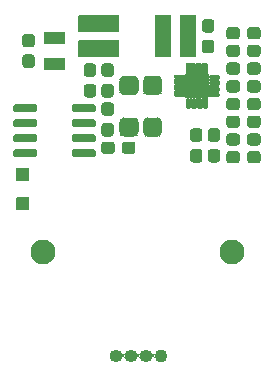
<source format=gbr>
G04 #@! TF.GenerationSoftware,KiCad,Pcbnew,(5.1.9)-1*
G04 #@! TF.CreationDate,2021-05-25T21:01:34+02:00*
G04 #@! TF.ProjectId,Omamori,4f6d616d-6f72-4692-9e6b-696361645f70,rev?*
G04 #@! TF.SameCoordinates,Original*
G04 #@! TF.FileFunction,Soldermask,Bot*
G04 #@! TF.FilePolarity,Negative*
%FSLAX46Y46*%
G04 Gerber Fmt 4.6, Leading zero omitted, Abs format (unit mm)*
G04 Created by KiCad (PCBNEW (5.1.9)-1) date 2021-05-25 21:01:34*
%MOMM*%
%LPD*%
G01*
G04 APERTURE LIST*
%ADD10C,1.102000*%
%ADD11O,1.102000X1.102000*%
%ADD12C,2.102000*%
%ADD13C,0.100000*%
G04 APERTURE END LIST*
G36*
G01*
X25893500Y-22137000D02*
X26706500Y-22137000D01*
G75*
G02*
X27113000Y-22543500I0J-406500D01*
G01*
X27113000Y-23356500D01*
G75*
G02*
X26706500Y-23763000I-406500J0D01*
G01*
X25893500Y-23763000D01*
G75*
G02*
X25487000Y-23356500I0J406500D01*
G01*
X25487000Y-22543500D01*
G75*
G02*
X25893500Y-22137000I406500J0D01*
G01*
G37*
G36*
G01*
X23893500Y-22137000D02*
X24706500Y-22137000D01*
G75*
G02*
X25113000Y-22543500I0J-406500D01*
G01*
X25113000Y-23356500D01*
G75*
G02*
X24706500Y-23763000I-406500J0D01*
G01*
X23893500Y-23763000D01*
G75*
G02*
X23487000Y-23356500I0J406500D01*
G01*
X23487000Y-22543500D01*
G75*
G02*
X23893500Y-22137000I406500J0D01*
G01*
G37*
G36*
G01*
X23893500Y-25637000D02*
X24706500Y-25637000D01*
G75*
G02*
X25113000Y-26043500I0J-406500D01*
G01*
X25113000Y-26856500D01*
G75*
G02*
X24706500Y-27263000I-406500J0D01*
G01*
X23893500Y-27263000D01*
G75*
G02*
X23487000Y-26856500I0J406500D01*
G01*
X23487000Y-26043500D01*
G75*
G02*
X23893500Y-25637000I406500J0D01*
G01*
G37*
G36*
G01*
X25893500Y-25637000D02*
X26706500Y-25637000D01*
G75*
G02*
X27113000Y-26043500I0J-406500D01*
G01*
X27113000Y-26856500D01*
G75*
G02*
X26706500Y-27263000I-406500J0D01*
G01*
X25893500Y-27263000D01*
G75*
G02*
X25487000Y-26856500I0J406500D01*
G01*
X25487000Y-26043500D01*
G75*
G02*
X25893500Y-25637000I406500J0D01*
G01*
G37*
G36*
G01*
X15800000Y-31001000D02*
X14800000Y-31001000D01*
G75*
G02*
X14749000Y-30950000I0J51000D01*
G01*
X14749000Y-29950000D01*
G75*
G02*
X14800000Y-29899000I51000J0D01*
G01*
X15800000Y-29899000D01*
G75*
G02*
X15851000Y-29950000I0J-51000D01*
G01*
X15851000Y-30950000D01*
G75*
G02*
X15800000Y-31001000I-51000J0D01*
G01*
G37*
G36*
G01*
X15800000Y-33501000D02*
X14800000Y-33501000D01*
G75*
G02*
X14749000Y-33450000I0J51000D01*
G01*
X14749000Y-32450000D01*
G75*
G02*
X14800000Y-32399000I51000J0D01*
G01*
X15800000Y-32399000D01*
G75*
G02*
X15851000Y-32450000I0J-51000D01*
G01*
X15851000Y-33450000D01*
G75*
G02*
X15800000Y-33501000I-51000J0D01*
G01*
G37*
D10*
X27000000Y-45800000D03*
D11*
X25730000Y-45800000D03*
X24460000Y-45800000D03*
X23190000Y-45800000D03*
G36*
G01*
X23450000Y-18401000D02*
X20050000Y-18401000D01*
G75*
G02*
X19999000Y-18350000I0J51000D01*
G01*
X19999000Y-17050000D01*
G75*
G02*
X20050000Y-16999000I51000J0D01*
G01*
X23450000Y-16999000D01*
G75*
G02*
X23501000Y-17050000I0J-51000D01*
G01*
X23501000Y-18350000D01*
G75*
G02*
X23450000Y-18401000I-51000J0D01*
G01*
G37*
G36*
G01*
X23450000Y-20501000D02*
X20050000Y-20501000D01*
G75*
G02*
X19999000Y-20450000I0J51000D01*
G01*
X19999000Y-19150000D01*
G75*
G02*
X20050000Y-19099000I51000J0D01*
G01*
X23450000Y-19099000D01*
G75*
G02*
X23501000Y-19150000I0J-51000D01*
G01*
X23501000Y-20450000D01*
G75*
G02*
X23450000Y-20501000I-51000J0D01*
G01*
G37*
G36*
G01*
X27901000Y-17050000D02*
X27901000Y-20450000D01*
G75*
G02*
X27850000Y-20501000I-51000J0D01*
G01*
X26550000Y-20501000D01*
G75*
G02*
X26499000Y-20450000I0J51000D01*
G01*
X26499000Y-17050000D01*
G75*
G02*
X26550000Y-16999000I51000J0D01*
G01*
X27850000Y-16999000D01*
G75*
G02*
X27901000Y-17050000I0J-51000D01*
G01*
G37*
G36*
G01*
X30001000Y-17050000D02*
X30001000Y-20450000D01*
G75*
G02*
X29950000Y-20501000I-51000J0D01*
G01*
X28650000Y-20501000D01*
G75*
G02*
X28599000Y-20450000I0J51000D01*
G01*
X28599000Y-17050000D01*
G75*
G02*
X28650000Y-16999000I51000J0D01*
G01*
X29950000Y-16999000D01*
G75*
G02*
X30001000Y-17050000I0J-51000D01*
G01*
G37*
G36*
G01*
X20737000Y-22799000D02*
X21263000Y-22799000D01*
G75*
G02*
X21526000Y-23062000I0J-263000D01*
G01*
X21526000Y-23688000D01*
G75*
G02*
X21263000Y-23951000I-263000J0D01*
G01*
X20737000Y-23951000D01*
G75*
G02*
X20474000Y-23688000I0J263000D01*
G01*
X20474000Y-23062000D01*
G75*
G02*
X20737000Y-22799000I263000J0D01*
G01*
G37*
G36*
G01*
X20737000Y-21049000D02*
X21263000Y-21049000D01*
G75*
G02*
X21526000Y-21312000I0J-263000D01*
G01*
X21526000Y-21938000D01*
G75*
G02*
X21263000Y-22201000I-263000J0D01*
G01*
X20737000Y-22201000D01*
G75*
G02*
X20474000Y-21938000I0J263000D01*
G01*
X20474000Y-21312000D01*
G75*
G02*
X20737000Y-21049000I263000J0D01*
G01*
G37*
G36*
G01*
X30737000Y-19049000D02*
X31263000Y-19049000D01*
G75*
G02*
X31526000Y-19312000I0J-263000D01*
G01*
X31526000Y-19938000D01*
G75*
G02*
X31263000Y-20201000I-263000J0D01*
G01*
X30737000Y-20201000D01*
G75*
G02*
X30474000Y-19938000I0J263000D01*
G01*
X30474000Y-19312000D01*
G75*
G02*
X30737000Y-19049000I263000J0D01*
G01*
G37*
G36*
G01*
X30737000Y-17299000D02*
X31263000Y-17299000D01*
G75*
G02*
X31526000Y-17562000I0J-263000D01*
G01*
X31526000Y-18188000D01*
G75*
G02*
X31263000Y-18451000I-263000J0D01*
G01*
X30737000Y-18451000D01*
G75*
G02*
X30474000Y-18188000I0J263000D01*
G01*
X30474000Y-17562000D01*
G75*
G02*
X30737000Y-17299000I263000J0D01*
G01*
G37*
G36*
G01*
X16551000Y-24669500D02*
X16551000Y-25020500D01*
G75*
G02*
X16375500Y-25196000I-175500J0D01*
G01*
X14674500Y-25196000D01*
G75*
G02*
X14499000Y-25020500I0J175500D01*
G01*
X14499000Y-24669500D01*
G75*
G02*
X14674500Y-24494000I175500J0D01*
G01*
X16375500Y-24494000D01*
G75*
G02*
X16551000Y-24669500I0J-175500D01*
G01*
G37*
G36*
G01*
X16551000Y-25939500D02*
X16551000Y-26290500D01*
G75*
G02*
X16375500Y-26466000I-175500J0D01*
G01*
X14674500Y-26466000D01*
G75*
G02*
X14499000Y-26290500I0J175500D01*
G01*
X14499000Y-25939500D01*
G75*
G02*
X14674500Y-25764000I175500J0D01*
G01*
X16375500Y-25764000D01*
G75*
G02*
X16551000Y-25939500I0J-175500D01*
G01*
G37*
G36*
G01*
X16551000Y-27209500D02*
X16551000Y-27560500D01*
G75*
G02*
X16375500Y-27736000I-175500J0D01*
G01*
X14674500Y-27736000D01*
G75*
G02*
X14499000Y-27560500I0J175500D01*
G01*
X14499000Y-27209500D01*
G75*
G02*
X14674500Y-27034000I175500J0D01*
G01*
X16375500Y-27034000D01*
G75*
G02*
X16551000Y-27209500I0J-175500D01*
G01*
G37*
G36*
G01*
X16551000Y-28479500D02*
X16551000Y-28830500D01*
G75*
G02*
X16375500Y-29006000I-175500J0D01*
G01*
X14674500Y-29006000D01*
G75*
G02*
X14499000Y-28830500I0J175500D01*
G01*
X14499000Y-28479500D01*
G75*
G02*
X14674500Y-28304000I175500J0D01*
G01*
X16375500Y-28304000D01*
G75*
G02*
X16551000Y-28479500I0J-175500D01*
G01*
G37*
G36*
G01*
X21501000Y-28479500D02*
X21501000Y-28830500D01*
G75*
G02*
X21325500Y-29006000I-175500J0D01*
G01*
X19624500Y-29006000D01*
G75*
G02*
X19449000Y-28830500I0J175500D01*
G01*
X19449000Y-28479500D01*
G75*
G02*
X19624500Y-28304000I175500J0D01*
G01*
X21325500Y-28304000D01*
G75*
G02*
X21501000Y-28479500I0J-175500D01*
G01*
G37*
G36*
G01*
X21501000Y-27209500D02*
X21501000Y-27560500D01*
G75*
G02*
X21325500Y-27736000I-175500J0D01*
G01*
X19624500Y-27736000D01*
G75*
G02*
X19449000Y-27560500I0J175500D01*
G01*
X19449000Y-27209500D01*
G75*
G02*
X19624500Y-27034000I175500J0D01*
G01*
X21325500Y-27034000D01*
G75*
G02*
X21501000Y-27209500I0J-175500D01*
G01*
G37*
G36*
G01*
X21501000Y-25939500D02*
X21501000Y-26290500D01*
G75*
G02*
X21325500Y-26466000I-175500J0D01*
G01*
X19624500Y-26466000D01*
G75*
G02*
X19449000Y-26290500I0J175500D01*
G01*
X19449000Y-25939500D01*
G75*
G02*
X19624500Y-25764000I175500J0D01*
G01*
X21325500Y-25764000D01*
G75*
G02*
X21501000Y-25939500I0J-175500D01*
G01*
G37*
G36*
G01*
X21501000Y-24669500D02*
X21501000Y-25020500D01*
G75*
G02*
X21325500Y-25196000I-175500J0D01*
G01*
X19624500Y-25196000D01*
G75*
G02*
X19449000Y-25020500I0J175500D01*
G01*
X19449000Y-24669500D01*
G75*
G02*
X19624500Y-24494000I175500J0D01*
G01*
X21325500Y-24494000D01*
G75*
G02*
X21501000Y-24669500I0J-175500D01*
G01*
G37*
D12*
X17000000Y-37000000D03*
X33000000Y-37000000D03*
G36*
G01*
X18850000Y-19401000D02*
X18450000Y-19401000D01*
G75*
G02*
X18399000Y-19350000I0J51000D01*
G01*
X18399000Y-18450000D01*
G75*
G02*
X18450000Y-18399000I51000J0D01*
G01*
X18850000Y-18399000D01*
G75*
G02*
X18901000Y-18450000I0J-51000D01*
G01*
X18901000Y-19350000D01*
G75*
G02*
X18850000Y-19401000I-51000J0D01*
G01*
G37*
G36*
G01*
X17550000Y-19401000D02*
X17150000Y-19401000D01*
G75*
G02*
X17099000Y-19350000I0J51000D01*
G01*
X17099000Y-18450000D01*
G75*
G02*
X17150000Y-18399000I51000J0D01*
G01*
X17550000Y-18399000D01*
G75*
G02*
X17601000Y-18450000I0J-51000D01*
G01*
X17601000Y-19350000D01*
G75*
G02*
X17550000Y-19401000I-51000J0D01*
G01*
G37*
G36*
G01*
X18200000Y-21601000D02*
X17800000Y-21601000D01*
G75*
G02*
X17749000Y-21550000I0J51000D01*
G01*
X17749000Y-20650000D01*
G75*
G02*
X17800000Y-20599000I51000J0D01*
G01*
X18200000Y-20599000D01*
G75*
G02*
X18251000Y-20650000I0J-51000D01*
G01*
X18251000Y-21550000D01*
G75*
G02*
X18200000Y-21601000I-51000J0D01*
G01*
G37*
G36*
G01*
X18200000Y-19401000D02*
X17800000Y-19401000D01*
G75*
G02*
X17749000Y-19350000I0J51000D01*
G01*
X17749000Y-18450000D01*
G75*
G02*
X17800000Y-18399000I51000J0D01*
G01*
X18200000Y-18399000D01*
G75*
G02*
X18251000Y-18450000I0J-51000D01*
G01*
X18251000Y-19350000D01*
G75*
G02*
X18200000Y-19401000I-51000J0D01*
G01*
G37*
G36*
G01*
X17550000Y-21601000D02*
X17150000Y-21601000D01*
G75*
G02*
X17099000Y-21550000I0J51000D01*
G01*
X17099000Y-20650000D01*
G75*
G02*
X17150000Y-20599000I51000J0D01*
G01*
X17550000Y-20599000D01*
G75*
G02*
X17601000Y-20650000I0J-51000D01*
G01*
X17601000Y-21550000D01*
G75*
G02*
X17550000Y-21601000I-51000J0D01*
G01*
G37*
G36*
G01*
X18850000Y-21601000D02*
X18450000Y-21601000D01*
G75*
G02*
X18399000Y-21550000I0J51000D01*
G01*
X18399000Y-20650000D01*
G75*
G02*
X18450000Y-20599000I51000J0D01*
G01*
X18850000Y-20599000D01*
G75*
G02*
X18901000Y-20650000I0J-51000D01*
G01*
X18901000Y-21550000D01*
G75*
G02*
X18850000Y-21601000I-51000J0D01*
G01*
G37*
G36*
G01*
X34299000Y-23263000D02*
X34299000Y-22737000D01*
G75*
G02*
X34562000Y-22474000I263000J0D01*
G01*
X35188000Y-22474000D01*
G75*
G02*
X35451000Y-22737000I0J-263000D01*
G01*
X35451000Y-23263000D01*
G75*
G02*
X35188000Y-23526000I-263000J0D01*
G01*
X34562000Y-23526000D01*
G75*
G02*
X34299000Y-23263000I0J263000D01*
G01*
G37*
G36*
G01*
X32549000Y-23263000D02*
X32549000Y-22737000D01*
G75*
G02*
X32812000Y-22474000I263000J0D01*
G01*
X33438000Y-22474000D01*
G75*
G02*
X33701000Y-22737000I0J-263000D01*
G01*
X33701000Y-23263000D01*
G75*
G02*
X33438000Y-23526000I-263000J0D01*
G01*
X32812000Y-23526000D01*
G75*
G02*
X32549000Y-23263000I0J263000D01*
G01*
G37*
G36*
G01*
X34299000Y-27763000D02*
X34299000Y-27237000D01*
G75*
G02*
X34562000Y-26974000I263000J0D01*
G01*
X35188000Y-26974000D01*
G75*
G02*
X35451000Y-27237000I0J-263000D01*
G01*
X35451000Y-27763000D01*
G75*
G02*
X35188000Y-28026000I-263000J0D01*
G01*
X34562000Y-28026000D01*
G75*
G02*
X34299000Y-27763000I0J263000D01*
G01*
G37*
G36*
G01*
X32549000Y-27763000D02*
X32549000Y-27237000D01*
G75*
G02*
X32812000Y-26974000I263000J0D01*
G01*
X33438000Y-26974000D01*
G75*
G02*
X33701000Y-27237000I0J-263000D01*
G01*
X33701000Y-27763000D01*
G75*
G02*
X33438000Y-28026000I-263000J0D01*
G01*
X32812000Y-28026000D01*
G75*
G02*
X32549000Y-27763000I0J263000D01*
G01*
G37*
G36*
G01*
X33701000Y-25737000D02*
X33701000Y-26263000D01*
G75*
G02*
X33438000Y-26526000I-263000J0D01*
G01*
X32812000Y-26526000D01*
G75*
G02*
X32549000Y-26263000I0J263000D01*
G01*
X32549000Y-25737000D01*
G75*
G02*
X32812000Y-25474000I263000J0D01*
G01*
X33438000Y-25474000D01*
G75*
G02*
X33701000Y-25737000I0J-263000D01*
G01*
G37*
G36*
G01*
X35451000Y-25737000D02*
X35451000Y-26263000D01*
G75*
G02*
X35188000Y-26526000I-263000J0D01*
G01*
X34562000Y-26526000D01*
G75*
G02*
X34299000Y-26263000I0J263000D01*
G01*
X34299000Y-25737000D01*
G75*
G02*
X34562000Y-25474000I263000J0D01*
G01*
X35188000Y-25474000D01*
G75*
G02*
X35451000Y-25737000I0J-263000D01*
G01*
G37*
G36*
G01*
X34299000Y-24763000D02*
X34299000Y-24237000D01*
G75*
G02*
X34562000Y-23974000I263000J0D01*
G01*
X35188000Y-23974000D01*
G75*
G02*
X35451000Y-24237000I0J-263000D01*
G01*
X35451000Y-24763000D01*
G75*
G02*
X35188000Y-25026000I-263000J0D01*
G01*
X34562000Y-25026000D01*
G75*
G02*
X34299000Y-24763000I0J263000D01*
G01*
G37*
G36*
G01*
X32549000Y-24763000D02*
X32549000Y-24237000D01*
G75*
G02*
X32812000Y-23974000I263000J0D01*
G01*
X33438000Y-23974000D01*
G75*
G02*
X33701000Y-24237000I0J-263000D01*
G01*
X33701000Y-24763000D01*
G75*
G02*
X33438000Y-25026000I-263000J0D01*
G01*
X32812000Y-25026000D01*
G75*
G02*
X32549000Y-24763000I0J263000D01*
G01*
G37*
G36*
G01*
X29737000Y-28299000D02*
X30263000Y-28299000D01*
G75*
G02*
X30526000Y-28562000I0J-263000D01*
G01*
X30526000Y-29188000D01*
G75*
G02*
X30263000Y-29451000I-263000J0D01*
G01*
X29737000Y-29451000D01*
G75*
G02*
X29474000Y-29188000I0J263000D01*
G01*
X29474000Y-28562000D01*
G75*
G02*
X29737000Y-28299000I263000J0D01*
G01*
G37*
G36*
G01*
X29737000Y-26549000D02*
X30263000Y-26549000D01*
G75*
G02*
X30526000Y-26812000I0J-263000D01*
G01*
X30526000Y-27438000D01*
G75*
G02*
X30263000Y-27701000I-263000J0D01*
G01*
X29737000Y-27701000D01*
G75*
G02*
X29474000Y-27438000I0J263000D01*
G01*
X29474000Y-26812000D01*
G75*
G02*
X29737000Y-26549000I263000J0D01*
G01*
G37*
G36*
G01*
X31237000Y-28299000D02*
X31763000Y-28299000D01*
G75*
G02*
X32026000Y-28562000I0J-263000D01*
G01*
X32026000Y-29188000D01*
G75*
G02*
X31763000Y-29451000I-263000J0D01*
G01*
X31237000Y-29451000D01*
G75*
G02*
X30974000Y-29188000I0J263000D01*
G01*
X30974000Y-28562000D01*
G75*
G02*
X31237000Y-28299000I263000J0D01*
G01*
G37*
G36*
G01*
X31237000Y-26549000D02*
X31763000Y-26549000D01*
G75*
G02*
X32026000Y-26812000I0J-263000D01*
G01*
X32026000Y-27438000D01*
G75*
G02*
X31763000Y-27701000I-263000J0D01*
G01*
X31237000Y-27701000D01*
G75*
G02*
X30974000Y-27438000I0J263000D01*
G01*
X30974000Y-26812000D01*
G75*
G02*
X31237000Y-26549000I263000J0D01*
G01*
G37*
G36*
G01*
X33701000Y-28737000D02*
X33701000Y-29263000D01*
G75*
G02*
X33438000Y-29526000I-263000J0D01*
G01*
X32812000Y-29526000D01*
G75*
G02*
X32549000Y-29263000I0J263000D01*
G01*
X32549000Y-28737000D01*
G75*
G02*
X32812000Y-28474000I263000J0D01*
G01*
X33438000Y-28474000D01*
G75*
G02*
X33701000Y-28737000I0J-263000D01*
G01*
G37*
G36*
G01*
X35451000Y-28737000D02*
X35451000Y-29263000D01*
G75*
G02*
X35188000Y-29526000I-263000J0D01*
G01*
X34562000Y-29526000D01*
G75*
G02*
X34299000Y-29263000I0J263000D01*
G01*
X34299000Y-28737000D01*
G75*
G02*
X34562000Y-28474000I263000J0D01*
G01*
X35188000Y-28474000D01*
G75*
G02*
X35451000Y-28737000I0J-263000D01*
G01*
G37*
G36*
G01*
X34299000Y-20263000D02*
X34299000Y-19737000D01*
G75*
G02*
X34562000Y-19474000I263000J0D01*
G01*
X35188000Y-19474000D01*
G75*
G02*
X35451000Y-19737000I0J-263000D01*
G01*
X35451000Y-20263000D01*
G75*
G02*
X35188000Y-20526000I-263000J0D01*
G01*
X34562000Y-20526000D01*
G75*
G02*
X34299000Y-20263000I0J263000D01*
G01*
G37*
G36*
G01*
X32549000Y-20263000D02*
X32549000Y-19737000D01*
G75*
G02*
X32812000Y-19474000I263000J0D01*
G01*
X33438000Y-19474000D01*
G75*
G02*
X33701000Y-19737000I0J-263000D01*
G01*
X33701000Y-20263000D01*
G75*
G02*
X33438000Y-20526000I-263000J0D01*
G01*
X32812000Y-20526000D01*
G75*
G02*
X32549000Y-20263000I0J263000D01*
G01*
G37*
G36*
G01*
X23101000Y-27937000D02*
X23101000Y-28463000D01*
G75*
G02*
X22838000Y-28726000I-263000J0D01*
G01*
X22212000Y-28726000D01*
G75*
G02*
X21949000Y-28463000I0J263000D01*
G01*
X21949000Y-27937000D01*
G75*
G02*
X22212000Y-27674000I263000J0D01*
G01*
X22838000Y-27674000D01*
G75*
G02*
X23101000Y-27937000I0J-263000D01*
G01*
G37*
G36*
G01*
X24851000Y-27937000D02*
X24851000Y-28463000D01*
G75*
G02*
X24588000Y-28726000I-263000J0D01*
G01*
X23962000Y-28726000D01*
G75*
G02*
X23699000Y-28463000I0J263000D01*
G01*
X23699000Y-27937000D01*
G75*
G02*
X23962000Y-27674000I263000J0D01*
G01*
X24588000Y-27674000D01*
G75*
G02*
X24851000Y-27937000I0J-263000D01*
G01*
G37*
G36*
G01*
X34299000Y-21763000D02*
X34299000Y-21237000D01*
G75*
G02*
X34562000Y-20974000I263000J0D01*
G01*
X35188000Y-20974000D01*
G75*
G02*
X35451000Y-21237000I0J-263000D01*
G01*
X35451000Y-21763000D01*
G75*
G02*
X35188000Y-22026000I-263000J0D01*
G01*
X34562000Y-22026000D01*
G75*
G02*
X34299000Y-21763000I0J263000D01*
G01*
G37*
G36*
G01*
X32549000Y-21763000D02*
X32549000Y-21237000D01*
G75*
G02*
X32812000Y-20974000I263000J0D01*
G01*
X33438000Y-20974000D01*
G75*
G02*
X33701000Y-21237000I0J-263000D01*
G01*
X33701000Y-21763000D01*
G75*
G02*
X33438000Y-22026000I-263000J0D01*
G01*
X32812000Y-22026000D01*
G75*
G02*
X32549000Y-21763000I0J263000D01*
G01*
G37*
G36*
G01*
X15537000Y-20299000D02*
X16063000Y-20299000D01*
G75*
G02*
X16326000Y-20562000I0J-263000D01*
G01*
X16326000Y-21188000D01*
G75*
G02*
X16063000Y-21451000I-263000J0D01*
G01*
X15537000Y-21451000D01*
G75*
G02*
X15274000Y-21188000I0J263000D01*
G01*
X15274000Y-20562000D01*
G75*
G02*
X15537000Y-20299000I263000J0D01*
G01*
G37*
G36*
G01*
X15537000Y-18549000D02*
X16063000Y-18549000D01*
G75*
G02*
X16326000Y-18812000I0J-263000D01*
G01*
X16326000Y-19438000D01*
G75*
G02*
X16063000Y-19701000I-263000J0D01*
G01*
X15537000Y-19701000D01*
G75*
G02*
X15274000Y-19438000I0J263000D01*
G01*
X15274000Y-18812000D01*
G75*
G02*
X15537000Y-18549000I263000J0D01*
G01*
G37*
G36*
G01*
X22763000Y-25501000D02*
X22237000Y-25501000D01*
G75*
G02*
X21974000Y-25238000I0J263000D01*
G01*
X21974000Y-24612000D01*
G75*
G02*
X22237000Y-24349000I263000J0D01*
G01*
X22763000Y-24349000D01*
G75*
G02*
X23026000Y-24612000I0J-263000D01*
G01*
X23026000Y-25238000D01*
G75*
G02*
X22763000Y-25501000I-263000J0D01*
G01*
G37*
G36*
G01*
X22763000Y-27251000D02*
X22237000Y-27251000D01*
G75*
G02*
X21974000Y-26988000I0J263000D01*
G01*
X21974000Y-26362000D01*
G75*
G02*
X22237000Y-26099000I263000J0D01*
G01*
X22763000Y-26099000D01*
G75*
G02*
X23026000Y-26362000I0J-263000D01*
G01*
X23026000Y-26988000D01*
G75*
G02*
X22763000Y-27251000I-263000J0D01*
G01*
G37*
G36*
G01*
X34299000Y-18763000D02*
X34299000Y-18237000D01*
G75*
G02*
X34562000Y-17974000I263000J0D01*
G01*
X35188000Y-17974000D01*
G75*
G02*
X35451000Y-18237000I0J-263000D01*
G01*
X35451000Y-18763000D01*
G75*
G02*
X35188000Y-19026000I-263000J0D01*
G01*
X34562000Y-19026000D01*
G75*
G02*
X34299000Y-18763000I0J263000D01*
G01*
G37*
G36*
G01*
X32549000Y-18763000D02*
X32549000Y-18237000D01*
G75*
G02*
X32812000Y-17974000I263000J0D01*
G01*
X33438000Y-17974000D01*
G75*
G02*
X33701000Y-18237000I0J-263000D01*
G01*
X33701000Y-18763000D01*
G75*
G02*
X33438000Y-19026000I-263000J0D01*
G01*
X32812000Y-19026000D01*
G75*
G02*
X32549000Y-18763000I0J263000D01*
G01*
G37*
G36*
G01*
X22237000Y-22799000D02*
X22763000Y-22799000D01*
G75*
G02*
X23026000Y-23062000I0J-263000D01*
G01*
X23026000Y-23688000D01*
G75*
G02*
X22763000Y-23951000I-263000J0D01*
G01*
X22237000Y-23951000D01*
G75*
G02*
X21974000Y-23688000I0J263000D01*
G01*
X21974000Y-23062000D01*
G75*
G02*
X22237000Y-22799000I263000J0D01*
G01*
G37*
G36*
G01*
X22237000Y-21049000D02*
X22763000Y-21049000D01*
G75*
G02*
X23026000Y-21312000I0J-263000D01*
G01*
X23026000Y-21938000D01*
G75*
G02*
X22763000Y-22201000I-263000J0D01*
G01*
X22237000Y-22201000D01*
G75*
G02*
X21974000Y-21938000I0J263000D01*
G01*
X21974000Y-21312000D01*
G75*
G02*
X22237000Y-21049000I263000J0D01*
G01*
G37*
G36*
G01*
X29150000Y-21999000D02*
X30950000Y-21999000D01*
G75*
G02*
X31001000Y-22050000I0J-51000D01*
G01*
X31001000Y-23850000D01*
G75*
G02*
X30950000Y-23901000I-51000J0D01*
G01*
X29150000Y-23901000D01*
G75*
G02*
X29099000Y-23850000I0J51000D01*
G01*
X29099000Y-22050000D01*
G75*
G02*
X29150000Y-21999000I51000J0D01*
G01*
G37*
G36*
G01*
X28212000Y-22024000D02*
X28913000Y-22024000D01*
G75*
G02*
X29001000Y-22112000I0J-88000D01*
G01*
X29001000Y-22288000D01*
G75*
G02*
X28913000Y-22376000I-88000J0D01*
G01*
X28212000Y-22376000D01*
G75*
G02*
X28124000Y-22288000I0J88000D01*
G01*
X28124000Y-22112000D01*
G75*
G02*
X28212000Y-22024000I88000J0D01*
G01*
G37*
G36*
G01*
X28212000Y-22524000D02*
X28913000Y-22524000D01*
G75*
G02*
X29001000Y-22612000I0J-88000D01*
G01*
X29001000Y-22788000D01*
G75*
G02*
X28913000Y-22876000I-88000J0D01*
G01*
X28212000Y-22876000D01*
G75*
G02*
X28124000Y-22788000I0J88000D01*
G01*
X28124000Y-22612000D01*
G75*
G02*
X28212000Y-22524000I88000J0D01*
G01*
G37*
G36*
G01*
X28212000Y-23024000D02*
X28913000Y-23024000D01*
G75*
G02*
X29001000Y-23112000I0J-88000D01*
G01*
X29001000Y-23288000D01*
G75*
G02*
X28913000Y-23376000I-88000J0D01*
G01*
X28212000Y-23376000D01*
G75*
G02*
X28124000Y-23288000I0J88000D01*
G01*
X28124000Y-23112000D01*
G75*
G02*
X28212000Y-23024000I88000J0D01*
G01*
G37*
G36*
G01*
X28212000Y-23524000D02*
X28913000Y-23524000D01*
G75*
G02*
X29001000Y-23612000I0J-88000D01*
G01*
X29001000Y-23788000D01*
G75*
G02*
X28913000Y-23876000I-88000J0D01*
G01*
X28212000Y-23876000D01*
G75*
G02*
X28124000Y-23788000I0J88000D01*
G01*
X28124000Y-23612000D01*
G75*
G02*
X28212000Y-23524000I88000J0D01*
G01*
G37*
G36*
G01*
X29212000Y-23999000D02*
X29388000Y-23999000D01*
G75*
G02*
X29476000Y-24087000I0J-88000D01*
G01*
X29476000Y-24788000D01*
G75*
G02*
X29388000Y-24876000I-88000J0D01*
G01*
X29212000Y-24876000D01*
G75*
G02*
X29124000Y-24788000I0J88000D01*
G01*
X29124000Y-24087000D01*
G75*
G02*
X29212000Y-23999000I88000J0D01*
G01*
G37*
G36*
G01*
X29712000Y-23999000D02*
X29888000Y-23999000D01*
G75*
G02*
X29976000Y-24087000I0J-88000D01*
G01*
X29976000Y-24788000D01*
G75*
G02*
X29888000Y-24876000I-88000J0D01*
G01*
X29712000Y-24876000D01*
G75*
G02*
X29624000Y-24788000I0J88000D01*
G01*
X29624000Y-24087000D01*
G75*
G02*
X29712000Y-23999000I88000J0D01*
G01*
G37*
G36*
G01*
X30212000Y-23999000D02*
X30388000Y-23999000D01*
G75*
G02*
X30476000Y-24087000I0J-88000D01*
G01*
X30476000Y-24788000D01*
G75*
G02*
X30388000Y-24876000I-88000J0D01*
G01*
X30212000Y-24876000D01*
G75*
G02*
X30124000Y-24788000I0J88000D01*
G01*
X30124000Y-24087000D01*
G75*
G02*
X30212000Y-23999000I88000J0D01*
G01*
G37*
G36*
G01*
X30712000Y-23999000D02*
X30888000Y-23999000D01*
G75*
G02*
X30976000Y-24087000I0J-88000D01*
G01*
X30976000Y-24788000D01*
G75*
G02*
X30888000Y-24876000I-88000J0D01*
G01*
X30712000Y-24876000D01*
G75*
G02*
X30624000Y-24788000I0J88000D01*
G01*
X30624000Y-24087000D01*
G75*
G02*
X30712000Y-23999000I88000J0D01*
G01*
G37*
G36*
G01*
X31187000Y-23524000D02*
X31888000Y-23524000D01*
G75*
G02*
X31976000Y-23612000I0J-88000D01*
G01*
X31976000Y-23788000D01*
G75*
G02*
X31888000Y-23876000I-88000J0D01*
G01*
X31187000Y-23876000D01*
G75*
G02*
X31099000Y-23788000I0J88000D01*
G01*
X31099000Y-23612000D01*
G75*
G02*
X31187000Y-23524000I88000J0D01*
G01*
G37*
G36*
G01*
X31187000Y-23024000D02*
X31888000Y-23024000D01*
G75*
G02*
X31976000Y-23112000I0J-88000D01*
G01*
X31976000Y-23288000D01*
G75*
G02*
X31888000Y-23376000I-88000J0D01*
G01*
X31187000Y-23376000D01*
G75*
G02*
X31099000Y-23288000I0J88000D01*
G01*
X31099000Y-23112000D01*
G75*
G02*
X31187000Y-23024000I88000J0D01*
G01*
G37*
G36*
G01*
X31187000Y-22524000D02*
X31888000Y-22524000D01*
G75*
G02*
X31976000Y-22612000I0J-88000D01*
G01*
X31976000Y-22788000D01*
G75*
G02*
X31888000Y-22876000I-88000J0D01*
G01*
X31187000Y-22876000D01*
G75*
G02*
X31099000Y-22788000I0J88000D01*
G01*
X31099000Y-22612000D01*
G75*
G02*
X31187000Y-22524000I88000J0D01*
G01*
G37*
G36*
G01*
X31187000Y-22024000D02*
X31888000Y-22024000D01*
G75*
G02*
X31976000Y-22112000I0J-88000D01*
G01*
X31976000Y-22288000D01*
G75*
G02*
X31888000Y-22376000I-88000J0D01*
G01*
X31187000Y-22376000D01*
G75*
G02*
X31099000Y-22288000I0J88000D01*
G01*
X31099000Y-22112000D01*
G75*
G02*
X31187000Y-22024000I88000J0D01*
G01*
G37*
G36*
G01*
X30712000Y-21024000D02*
X30888000Y-21024000D01*
G75*
G02*
X30976000Y-21112000I0J-88000D01*
G01*
X30976000Y-21813000D01*
G75*
G02*
X30888000Y-21901000I-88000J0D01*
G01*
X30712000Y-21901000D01*
G75*
G02*
X30624000Y-21813000I0J88000D01*
G01*
X30624000Y-21112000D01*
G75*
G02*
X30712000Y-21024000I88000J0D01*
G01*
G37*
G36*
G01*
X30212000Y-21024000D02*
X30388000Y-21024000D01*
G75*
G02*
X30476000Y-21112000I0J-88000D01*
G01*
X30476000Y-21813000D01*
G75*
G02*
X30388000Y-21901000I-88000J0D01*
G01*
X30212000Y-21901000D01*
G75*
G02*
X30124000Y-21813000I0J88000D01*
G01*
X30124000Y-21112000D01*
G75*
G02*
X30212000Y-21024000I88000J0D01*
G01*
G37*
G36*
G01*
X29712000Y-21024000D02*
X29888000Y-21024000D01*
G75*
G02*
X29976000Y-21112000I0J-88000D01*
G01*
X29976000Y-21813000D01*
G75*
G02*
X29888000Y-21901000I-88000J0D01*
G01*
X29712000Y-21901000D01*
G75*
G02*
X29624000Y-21813000I0J88000D01*
G01*
X29624000Y-21112000D01*
G75*
G02*
X29712000Y-21024000I88000J0D01*
G01*
G37*
G36*
G01*
X29212000Y-21024000D02*
X29388000Y-21024000D01*
G75*
G02*
X29476000Y-21112000I0J-88000D01*
G01*
X29476000Y-21813000D01*
G75*
G02*
X29388000Y-21901000I-88000J0D01*
G01*
X29212000Y-21901000D01*
G75*
G02*
X29124000Y-21813000I0J88000D01*
G01*
X29124000Y-21112000D01*
G75*
G02*
X29212000Y-21024000I88000J0D01*
G01*
G37*
D13*
G36*
X26479287Y-45627256D02*
G01*
X26479437Y-45629077D01*
X26474650Y-45640635D01*
X26453653Y-45746192D01*
X26453653Y-45853808D01*
X26474650Y-45959365D01*
X26479437Y-45970923D01*
X26479176Y-45972906D01*
X26477328Y-45973671D01*
X26475825Y-45972631D01*
X26467262Y-45956609D01*
X26451967Y-45937972D01*
X26433330Y-45922677D01*
X26412066Y-45911312D01*
X26388991Y-45904312D01*
X26365000Y-45901949D01*
X26341009Y-45904312D01*
X26317934Y-45911312D01*
X26296670Y-45922677D01*
X26278033Y-45937972D01*
X26262738Y-45956609D01*
X26254175Y-45972631D01*
X26252476Y-45973687D01*
X26250713Y-45972744D01*
X26250563Y-45970923D01*
X26255350Y-45959365D01*
X26276347Y-45853808D01*
X26276347Y-45746192D01*
X26255350Y-45640635D01*
X26250563Y-45629077D01*
X26250824Y-45627094D01*
X26252672Y-45626329D01*
X26254175Y-45627369D01*
X26262738Y-45643391D01*
X26278033Y-45662028D01*
X26296670Y-45677323D01*
X26317934Y-45688688D01*
X26341009Y-45695688D01*
X26365000Y-45698051D01*
X26388991Y-45695688D01*
X26412066Y-45688688D01*
X26433330Y-45677323D01*
X26451967Y-45662028D01*
X26467262Y-45643391D01*
X26475825Y-45627369D01*
X26477524Y-45626313D01*
X26479287Y-45627256D01*
G37*
G36*
X23939287Y-45627256D02*
G01*
X23939437Y-45629077D01*
X23934650Y-45640635D01*
X23913653Y-45746192D01*
X23913653Y-45853808D01*
X23934650Y-45959365D01*
X23939437Y-45970923D01*
X23939176Y-45972906D01*
X23937328Y-45973671D01*
X23935825Y-45972631D01*
X23927262Y-45956609D01*
X23911967Y-45937972D01*
X23893330Y-45922677D01*
X23872066Y-45911312D01*
X23848991Y-45904312D01*
X23825000Y-45901949D01*
X23801009Y-45904312D01*
X23777934Y-45911312D01*
X23756670Y-45922677D01*
X23738033Y-45937972D01*
X23722738Y-45956609D01*
X23714175Y-45972631D01*
X23712476Y-45973687D01*
X23710713Y-45972744D01*
X23710563Y-45970923D01*
X23715350Y-45959365D01*
X23736347Y-45853808D01*
X23736347Y-45746192D01*
X23715350Y-45640635D01*
X23710563Y-45629077D01*
X23710824Y-45627094D01*
X23712672Y-45626329D01*
X23714175Y-45627369D01*
X23722738Y-45643391D01*
X23738033Y-45662028D01*
X23756670Y-45677323D01*
X23777934Y-45688688D01*
X23801009Y-45695688D01*
X23825000Y-45698051D01*
X23848991Y-45695688D01*
X23872066Y-45688688D01*
X23893330Y-45677323D01*
X23911967Y-45662028D01*
X23927262Y-45643391D01*
X23935825Y-45627369D01*
X23937524Y-45626313D01*
X23939287Y-45627256D01*
G37*
G36*
X25209287Y-45627256D02*
G01*
X25209437Y-45629077D01*
X25204650Y-45640635D01*
X25183653Y-45746192D01*
X25183653Y-45853808D01*
X25204650Y-45959365D01*
X25209437Y-45970923D01*
X25209176Y-45972906D01*
X25207328Y-45973671D01*
X25205825Y-45972631D01*
X25197262Y-45956609D01*
X25181967Y-45937972D01*
X25163330Y-45922677D01*
X25142066Y-45911312D01*
X25118991Y-45904312D01*
X25095000Y-45901949D01*
X25071009Y-45904312D01*
X25047934Y-45911312D01*
X25026670Y-45922677D01*
X25008033Y-45937972D01*
X24992738Y-45956609D01*
X24984175Y-45972631D01*
X24982476Y-45973687D01*
X24980713Y-45972744D01*
X24980563Y-45970923D01*
X24985350Y-45959365D01*
X25006347Y-45853808D01*
X25006347Y-45746192D01*
X24985350Y-45640635D01*
X24980563Y-45629077D01*
X24980824Y-45627094D01*
X24982672Y-45626329D01*
X24984175Y-45627369D01*
X24992738Y-45643391D01*
X25008033Y-45662028D01*
X25026670Y-45677323D01*
X25047934Y-45688688D01*
X25071009Y-45695688D01*
X25095000Y-45698051D01*
X25118991Y-45695688D01*
X25142066Y-45688688D01*
X25163330Y-45677323D01*
X25181967Y-45662028D01*
X25197262Y-45643391D01*
X25205825Y-45627369D01*
X25207524Y-45626313D01*
X25209287Y-45627256D01*
G37*
G36*
X25114165Y-26854874D02*
G01*
X25115000Y-26856500D01*
X25115000Y-26912860D01*
X25114990Y-26913056D01*
X25107787Y-26986189D01*
X25107711Y-26986574D01*
X25088170Y-27050992D01*
X25088020Y-27051354D01*
X25056286Y-27110724D01*
X25056068Y-27111050D01*
X25013363Y-27163086D01*
X25013086Y-27163363D01*
X24961050Y-27206068D01*
X24960724Y-27206286D01*
X24901354Y-27238020D01*
X24900992Y-27238170D01*
X24836574Y-27257711D01*
X24836189Y-27257787D01*
X24763056Y-27264990D01*
X24762860Y-27265000D01*
X24706500Y-27265000D01*
X24704768Y-27264000D01*
X24704768Y-27262000D01*
X24706304Y-27261010D01*
X24785409Y-27253219D01*
X24861292Y-27230200D01*
X24931223Y-27192821D01*
X24992518Y-27142518D01*
X25042821Y-27081223D01*
X25080200Y-27011292D01*
X25103219Y-26935409D01*
X25111010Y-26856304D01*
X25112175Y-26854678D01*
X25114165Y-26854874D01*
G37*
G36*
X27114165Y-26854874D02*
G01*
X27115000Y-26856500D01*
X27115000Y-26912860D01*
X27114990Y-26913056D01*
X27107787Y-26986189D01*
X27107711Y-26986574D01*
X27088170Y-27050992D01*
X27088020Y-27051354D01*
X27056286Y-27110724D01*
X27056068Y-27111050D01*
X27013363Y-27163086D01*
X27013086Y-27163363D01*
X26961050Y-27206068D01*
X26960724Y-27206286D01*
X26901354Y-27238020D01*
X26900992Y-27238170D01*
X26836574Y-27257711D01*
X26836189Y-27257787D01*
X26763056Y-27264990D01*
X26762860Y-27265000D01*
X26706500Y-27265000D01*
X26704768Y-27264000D01*
X26704768Y-27262000D01*
X26706304Y-27261010D01*
X26785409Y-27253219D01*
X26861292Y-27230200D01*
X26931223Y-27192821D01*
X26992518Y-27142518D01*
X27042821Y-27081223D01*
X27080200Y-27011292D01*
X27103219Y-26935409D01*
X27111010Y-26856304D01*
X27112175Y-26854678D01*
X27114165Y-26854874D01*
G37*
G36*
X25488990Y-26856304D02*
G01*
X25496781Y-26935409D01*
X25519800Y-27011292D01*
X25557179Y-27081223D01*
X25607482Y-27142518D01*
X25668777Y-27192821D01*
X25738708Y-27230200D01*
X25814591Y-27253219D01*
X25893696Y-27261010D01*
X25895322Y-27262175D01*
X25895126Y-27264165D01*
X25893500Y-27265000D01*
X25837140Y-27265000D01*
X25836944Y-27264990D01*
X25763811Y-27257787D01*
X25763426Y-27257711D01*
X25699008Y-27238170D01*
X25698646Y-27238020D01*
X25639276Y-27206286D01*
X25638950Y-27206068D01*
X25586914Y-27163363D01*
X25586637Y-27163086D01*
X25543932Y-27111050D01*
X25543714Y-27110724D01*
X25511980Y-27051354D01*
X25511830Y-27050992D01*
X25492289Y-26986574D01*
X25492213Y-26986189D01*
X25485010Y-26913056D01*
X25485000Y-26912860D01*
X25485000Y-26856500D01*
X25486000Y-26854768D01*
X25488000Y-26854768D01*
X25488990Y-26856304D01*
G37*
G36*
X23488990Y-26856304D02*
G01*
X23496781Y-26935409D01*
X23519800Y-27011292D01*
X23557179Y-27081223D01*
X23607482Y-27142518D01*
X23668777Y-27192821D01*
X23738708Y-27230200D01*
X23814591Y-27253219D01*
X23893696Y-27261010D01*
X23895322Y-27262175D01*
X23895126Y-27264165D01*
X23893500Y-27265000D01*
X23837140Y-27265000D01*
X23836944Y-27264990D01*
X23763811Y-27257787D01*
X23763426Y-27257711D01*
X23699008Y-27238170D01*
X23698646Y-27238020D01*
X23639276Y-27206286D01*
X23638950Y-27206068D01*
X23586914Y-27163363D01*
X23586637Y-27163086D01*
X23543932Y-27111050D01*
X23543714Y-27110724D01*
X23511980Y-27051354D01*
X23511830Y-27050992D01*
X23492289Y-26986574D01*
X23492213Y-26986189D01*
X23485010Y-26913056D01*
X23485000Y-26912860D01*
X23485000Y-26856500D01*
X23486000Y-26854768D01*
X23488000Y-26854768D01*
X23488990Y-26856304D01*
G37*
G36*
X23895232Y-25636000D02*
G01*
X23895232Y-25638000D01*
X23893696Y-25638990D01*
X23814591Y-25646781D01*
X23738708Y-25669800D01*
X23668777Y-25707179D01*
X23607482Y-25757482D01*
X23557179Y-25818777D01*
X23519800Y-25888708D01*
X23496781Y-25964591D01*
X23488990Y-26043696D01*
X23487825Y-26045322D01*
X23485835Y-26045126D01*
X23485000Y-26043500D01*
X23485000Y-25987140D01*
X23485010Y-25986944D01*
X23492213Y-25913811D01*
X23492289Y-25913426D01*
X23511830Y-25849008D01*
X23511980Y-25848646D01*
X23543714Y-25789276D01*
X23543932Y-25788950D01*
X23586637Y-25736914D01*
X23586914Y-25736637D01*
X23638950Y-25693932D01*
X23639276Y-25693714D01*
X23698646Y-25661980D01*
X23699008Y-25661830D01*
X23763426Y-25642289D01*
X23763811Y-25642213D01*
X23836944Y-25635010D01*
X23837140Y-25635000D01*
X23893500Y-25635000D01*
X23895232Y-25636000D01*
G37*
G36*
X25895232Y-25636000D02*
G01*
X25895232Y-25638000D01*
X25893696Y-25638990D01*
X25814591Y-25646781D01*
X25738708Y-25669800D01*
X25668777Y-25707179D01*
X25607482Y-25757482D01*
X25557179Y-25818777D01*
X25519800Y-25888708D01*
X25496781Y-25964591D01*
X25488990Y-26043696D01*
X25487825Y-26045322D01*
X25485835Y-26045126D01*
X25485000Y-26043500D01*
X25485000Y-25987140D01*
X25485010Y-25986944D01*
X25492213Y-25913811D01*
X25492289Y-25913426D01*
X25511830Y-25849008D01*
X25511980Y-25848646D01*
X25543714Y-25789276D01*
X25543932Y-25788950D01*
X25586637Y-25736914D01*
X25586914Y-25736637D01*
X25638950Y-25693932D01*
X25639276Y-25693714D01*
X25698646Y-25661980D01*
X25699008Y-25661830D01*
X25763426Y-25642289D01*
X25763811Y-25642213D01*
X25836944Y-25635010D01*
X25837140Y-25635000D01*
X25893500Y-25635000D01*
X25895232Y-25636000D01*
G37*
G36*
X24763056Y-25635010D02*
G01*
X24836189Y-25642213D01*
X24836574Y-25642289D01*
X24900992Y-25661830D01*
X24901354Y-25661980D01*
X24960724Y-25693714D01*
X24961050Y-25693932D01*
X25013086Y-25736637D01*
X25013363Y-25736914D01*
X25056068Y-25788950D01*
X25056286Y-25789276D01*
X25088020Y-25848646D01*
X25088170Y-25849008D01*
X25107711Y-25913426D01*
X25107787Y-25913811D01*
X25114990Y-25986944D01*
X25115000Y-25987140D01*
X25115000Y-26043500D01*
X25114000Y-26045232D01*
X25112000Y-26045232D01*
X25111010Y-26043696D01*
X25103219Y-25964591D01*
X25080200Y-25888708D01*
X25042821Y-25818777D01*
X24992518Y-25757482D01*
X24931223Y-25707179D01*
X24861292Y-25669800D01*
X24785409Y-25646781D01*
X24706304Y-25638990D01*
X24704678Y-25637825D01*
X24704874Y-25635835D01*
X24706500Y-25635000D01*
X24762860Y-25635000D01*
X24763056Y-25635010D01*
G37*
G36*
X26763056Y-25635010D02*
G01*
X26836189Y-25642213D01*
X26836574Y-25642289D01*
X26900992Y-25661830D01*
X26901354Y-25661980D01*
X26960724Y-25693714D01*
X26961050Y-25693932D01*
X27013086Y-25736637D01*
X27013363Y-25736914D01*
X27056068Y-25788950D01*
X27056286Y-25789276D01*
X27088020Y-25848646D01*
X27088170Y-25849008D01*
X27107711Y-25913426D01*
X27107787Y-25913811D01*
X27114990Y-25986944D01*
X27115000Y-25987140D01*
X27115000Y-26043500D01*
X27114000Y-26045232D01*
X27112000Y-26045232D01*
X27111010Y-26043696D01*
X27103219Y-25964591D01*
X27080200Y-25888708D01*
X27042821Y-25818777D01*
X26992518Y-25757482D01*
X26931223Y-25707179D01*
X26861292Y-25669800D01*
X26785409Y-25646781D01*
X26706304Y-25638990D01*
X26704678Y-25637825D01*
X26704874Y-25635835D01*
X26706500Y-25635000D01*
X26762860Y-25635000D01*
X26763056Y-25635010D01*
G37*
G36*
X29444555Y-21022010D02*
G01*
X29455551Y-21023093D01*
X29455936Y-21023169D01*
X29460610Y-21024587D01*
X29460972Y-21024737D01*
X29465273Y-21027036D01*
X29465599Y-21027254D01*
X29471896Y-21032421D01*
X29492023Y-21045870D01*
X29514297Y-21055096D01*
X29537948Y-21059800D01*
X29562054Y-21059800D01*
X29585704Y-21055095D01*
X29607978Y-21045869D01*
X29628104Y-21032421D01*
X29634401Y-21027254D01*
X29634727Y-21027036D01*
X29639028Y-21024737D01*
X29639390Y-21024587D01*
X29644064Y-21023169D01*
X29644449Y-21023093D01*
X29655445Y-21022010D01*
X29655641Y-21022000D01*
X29712000Y-21022000D01*
X29713732Y-21023000D01*
X29713732Y-21025000D01*
X29712196Y-21025990D01*
X29695227Y-21027661D01*
X29679093Y-21032556D01*
X29664226Y-21040502D01*
X29651196Y-21051196D01*
X29640502Y-21064226D01*
X29632556Y-21079093D01*
X29627661Y-21095227D01*
X29626000Y-21112094D01*
X29626000Y-21812906D01*
X29627661Y-21829773D01*
X29632556Y-21845907D01*
X29640502Y-21860774D01*
X29651196Y-21873804D01*
X29664226Y-21884498D01*
X29679093Y-21892444D01*
X29695227Y-21897339D01*
X29712094Y-21899000D01*
X29887906Y-21899000D01*
X29904773Y-21897339D01*
X29920907Y-21892444D01*
X29935774Y-21884498D01*
X29948804Y-21873804D01*
X29959498Y-21860774D01*
X29967444Y-21845907D01*
X29972339Y-21829773D01*
X29974000Y-21812906D01*
X29974000Y-21112094D01*
X29972339Y-21095227D01*
X29967444Y-21079093D01*
X29959498Y-21064226D01*
X29948804Y-21051196D01*
X29935774Y-21040502D01*
X29920907Y-21032556D01*
X29904773Y-21027661D01*
X29887804Y-21025990D01*
X29886178Y-21024825D01*
X29886374Y-21022835D01*
X29888000Y-21022000D01*
X29944359Y-21022000D01*
X29944555Y-21022010D01*
X29955551Y-21023093D01*
X29955936Y-21023169D01*
X29960610Y-21024587D01*
X29960972Y-21024737D01*
X29965273Y-21027036D01*
X29965599Y-21027254D01*
X29971896Y-21032421D01*
X29992023Y-21045870D01*
X30014297Y-21055096D01*
X30037948Y-21059800D01*
X30062054Y-21059800D01*
X30085704Y-21055095D01*
X30107978Y-21045869D01*
X30128104Y-21032421D01*
X30134401Y-21027254D01*
X30134727Y-21027036D01*
X30139028Y-21024737D01*
X30139390Y-21024587D01*
X30144064Y-21023169D01*
X30144449Y-21023093D01*
X30155445Y-21022010D01*
X30155641Y-21022000D01*
X30212000Y-21022000D01*
X30213732Y-21023000D01*
X30213732Y-21025000D01*
X30212196Y-21025990D01*
X30195227Y-21027661D01*
X30179093Y-21032556D01*
X30164226Y-21040502D01*
X30151196Y-21051196D01*
X30140502Y-21064226D01*
X30132556Y-21079093D01*
X30127661Y-21095227D01*
X30126000Y-21112094D01*
X30126000Y-21812906D01*
X30127661Y-21829773D01*
X30132556Y-21845907D01*
X30140502Y-21860774D01*
X30151196Y-21873804D01*
X30164226Y-21884498D01*
X30179093Y-21892444D01*
X30195227Y-21897339D01*
X30212094Y-21899000D01*
X30387906Y-21899000D01*
X30404773Y-21897339D01*
X30420907Y-21892444D01*
X30435774Y-21884498D01*
X30448804Y-21873804D01*
X30459498Y-21860774D01*
X30467444Y-21845907D01*
X30472339Y-21829773D01*
X30474000Y-21812906D01*
X30474000Y-21112094D01*
X30472339Y-21095227D01*
X30467444Y-21079093D01*
X30459498Y-21064226D01*
X30448804Y-21051196D01*
X30435774Y-21040502D01*
X30420907Y-21032556D01*
X30404773Y-21027661D01*
X30387804Y-21025990D01*
X30386178Y-21024825D01*
X30386374Y-21022835D01*
X30388000Y-21022000D01*
X30444359Y-21022000D01*
X30444555Y-21022010D01*
X30455551Y-21023093D01*
X30455936Y-21023169D01*
X30460610Y-21024587D01*
X30460972Y-21024737D01*
X30465273Y-21027036D01*
X30465599Y-21027254D01*
X30471896Y-21032421D01*
X30492023Y-21045870D01*
X30514297Y-21055096D01*
X30537948Y-21059800D01*
X30562054Y-21059800D01*
X30585704Y-21055095D01*
X30607978Y-21045869D01*
X30628104Y-21032421D01*
X30634401Y-21027254D01*
X30634727Y-21027036D01*
X30639028Y-21024737D01*
X30639390Y-21024587D01*
X30644064Y-21023169D01*
X30644449Y-21023093D01*
X30655445Y-21022010D01*
X30655641Y-21022000D01*
X30712000Y-21022000D01*
X30713732Y-21023000D01*
X30713732Y-21025000D01*
X30712196Y-21025990D01*
X30695227Y-21027661D01*
X30679093Y-21032556D01*
X30664226Y-21040502D01*
X30651196Y-21051196D01*
X30640502Y-21064226D01*
X30632556Y-21079093D01*
X30627661Y-21095227D01*
X30626000Y-21112094D01*
X30626000Y-21812906D01*
X30627661Y-21829773D01*
X30632556Y-21845907D01*
X30640502Y-21860774D01*
X30651196Y-21873804D01*
X30664226Y-21884498D01*
X30679093Y-21892444D01*
X30695227Y-21897339D01*
X30712094Y-21899000D01*
X30887906Y-21899000D01*
X30904773Y-21897339D01*
X30920907Y-21892444D01*
X30935774Y-21884498D01*
X30948804Y-21873804D01*
X30959498Y-21860774D01*
X30967444Y-21845907D01*
X30972339Y-21829773D01*
X30974010Y-21812804D01*
X30975175Y-21811178D01*
X30977165Y-21811374D01*
X30978000Y-21813000D01*
X30978000Y-21873907D01*
X30980372Y-21897992D01*
X30987372Y-21921067D01*
X30998737Y-21942331D01*
X31014032Y-21960968D01*
X31027611Y-21972112D01*
X31027888Y-21972389D01*
X31039032Y-21985968D01*
X31057669Y-22001263D01*
X31078933Y-22012628D01*
X31102008Y-22019628D01*
X31126093Y-22022000D01*
X31187000Y-22022000D01*
X31188732Y-22023000D01*
X31188732Y-22025000D01*
X31187196Y-22025990D01*
X31170227Y-22027661D01*
X31154093Y-22032556D01*
X31139226Y-22040502D01*
X31126196Y-22051196D01*
X31115502Y-22064226D01*
X31107556Y-22079093D01*
X31102661Y-22095227D01*
X31101000Y-22112094D01*
X31101000Y-22287906D01*
X31102661Y-22304773D01*
X31107556Y-22320907D01*
X31115502Y-22335774D01*
X31126196Y-22348804D01*
X31139226Y-22359498D01*
X31154093Y-22367444D01*
X31170227Y-22372339D01*
X31187094Y-22374000D01*
X31887906Y-22374000D01*
X31904773Y-22372339D01*
X31920907Y-22367444D01*
X31935774Y-22359498D01*
X31948804Y-22348804D01*
X31959498Y-22335774D01*
X31967444Y-22320907D01*
X31972339Y-22304773D01*
X31974010Y-22287804D01*
X31975175Y-22286178D01*
X31977165Y-22286374D01*
X31978000Y-22288000D01*
X31978000Y-22344359D01*
X31977990Y-22344555D01*
X31976907Y-22355551D01*
X31976831Y-22355936D01*
X31975413Y-22360610D01*
X31975263Y-22360972D01*
X31972964Y-22365273D01*
X31972746Y-22365599D01*
X31967579Y-22371896D01*
X31954130Y-22392023D01*
X31944904Y-22414297D01*
X31940200Y-22437948D01*
X31940200Y-22462054D01*
X31944905Y-22485704D01*
X31954131Y-22507978D01*
X31967579Y-22528104D01*
X31972746Y-22534401D01*
X31972964Y-22534727D01*
X31975263Y-22539028D01*
X31975413Y-22539390D01*
X31976831Y-22544064D01*
X31976907Y-22544449D01*
X31977990Y-22555445D01*
X31978000Y-22555641D01*
X31978000Y-22612000D01*
X31977000Y-22613732D01*
X31975000Y-22613732D01*
X31974010Y-22612196D01*
X31972339Y-22595227D01*
X31967444Y-22579093D01*
X31959498Y-22564226D01*
X31948804Y-22551196D01*
X31935774Y-22540502D01*
X31920907Y-22532556D01*
X31904773Y-22527661D01*
X31887906Y-22526000D01*
X31187094Y-22526000D01*
X31170227Y-22527661D01*
X31154093Y-22532556D01*
X31139226Y-22540502D01*
X31126196Y-22551196D01*
X31115502Y-22564226D01*
X31107556Y-22579093D01*
X31102661Y-22595227D01*
X31101000Y-22612094D01*
X31101000Y-22787906D01*
X31102661Y-22804773D01*
X31107556Y-22820907D01*
X31115502Y-22835774D01*
X31126196Y-22848804D01*
X31139226Y-22859498D01*
X31154093Y-22867444D01*
X31170227Y-22872339D01*
X31187094Y-22874000D01*
X31887906Y-22874000D01*
X31904773Y-22872339D01*
X31920907Y-22867444D01*
X31935774Y-22859498D01*
X31948804Y-22848804D01*
X31959498Y-22835774D01*
X31967444Y-22820907D01*
X31972339Y-22804773D01*
X31974010Y-22787804D01*
X31975175Y-22786178D01*
X31977165Y-22786374D01*
X31978000Y-22788000D01*
X31978000Y-22844359D01*
X31977990Y-22844555D01*
X31976907Y-22855551D01*
X31976831Y-22855936D01*
X31975413Y-22860610D01*
X31975263Y-22860972D01*
X31972964Y-22865273D01*
X31972746Y-22865599D01*
X31967579Y-22871896D01*
X31954130Y-22892023D01*
X31944904Y-22914297D01*
X31940200Y-22937948D01*
X31940200Y-22962054D01*
X31944905Y-22985704D01*
X31954131Y-23007978D01*
X31967579Y-23028104D01*
X31972746Y-23034401D01*
X31972964Y-23034727D01*
X31975263Y-23039028D01*
X31975413Y-23039390D01*
X31976831Y-23044064D01*
X31976907Y-23044449D01*
X31977990Y-23055445D01*
X31978000Y-23055641D01*
X31978000Y-23112000D01*
X31977000Y-23113732D01*
X31975000Y-23113732D01*
X31974010Y-23112196D01*
X31972339Y-23095227D01*
X31967444Y-23079093D01*
X31959498Y-23064226D01*
X31948804Y-23051196D01*
X31935774Y-23040502D01*
X31920907Y-23032556D01*
X31904773Y-23027661D01*
X31887906Y-23026000D01*
X31187094Y-23026000D01*
X31170227Y-23027661D01*
X31154093Y-23032556D01*
X31139226Y-23040502D01*
X31126196Y-23051196D01*
X31115502Y-23064226D01*
X31107556Y-23079093D01*
X31102661Y-23095227D01*
X31101000Y-23112094D01*
X31101000Y-23287906D01*
X31102661Y-23304773D01*
X31107556Y-23320907D01*
X31115502Y-23335774D01*
X31126196Y-23348804D01*
X31139226Y-23359498D01*
X31154093Y-23367444D01*
X31170227Y-23372339D01*
X31187094Y-23374000D01*
X31887906Y-23374000D01*
X31904773Y-23372339D01*
X31920907Y-23367444D01*
X31935774Y-23359498D01*
X31948804Y-23348804D01*
X31959498Y-23335774D01*
X31967444Y-23320907D01*
X31972339Y-23304773D01*
X31974010Y-23287804D01*
X31975175Y-23286178D01*
X31977165Y-23286374D01*
X31978000Y-23288000D01*
X31978000Y-23344359D01*
X31977990Y-23344555D01*
X31976907Y-23355551D01*
X31976831Y-23355936D01*
X31975413Y-23360610D01*
X31975263Y-23360972D01*
X31972964Y-23365273D01*
X31972746Y-23365599D01*
X31967579Y-23371896D01*
X31954130Y-23392023D01*
X31944904Y-23414297D01*
X31940200Y-23437948D01*
X31940200Y-23462054D01*
X31944905Y-23485704D01*
X31954131Y-23507978D01*
X31967579Y-23528104D01*
X31972746Y-23534401D01*
X31972964Y-23534727D01*
X31975263Y-23539028D01*
X31975413Y-23539390D01*
X31976831Y-23544064D01*
X31976907Y-23544449D01*
X31977990Y-23555445D01*
X31978000Y-23555641D01*
X31978000Y-23612000D01*
X31977000Y-23613732D01*
X31975000Y-23613732D01*
X31974010Y-23612196D01*
X31972339Y-23595227D01*
X31967444Y-23579093D01*
X31959498Y-23564226D01*
X31948804Y-23551196D01*
X31935774Y-23540502D01*
X31920907Y-23532556D01*
X31904773Y-23527661D01*
X31887906Y-23526000D01*
X31187094Y-23526000D01*
X31170227Y-23527661D01*
X31154093Y-23532556D01*
X31139226Y-23540502D01*
X31126196Y-23551196D01*
X31115502Y-23564226D01*
X31107556Y-23579093D01*
X31102661Y-23595227D01*
X31101000Y-23612094D01*
X31101000Y-23787906D01*
X31102661Y-23804773D01*
X31107556Y-23820907D01*
X31115502Y-23835774D01*
X31126196Y-23848804D01*
X31139226Y-23859498D01*
X31154093Y-23867444D01*
X31170227Y-23872339D01*
X31187196Y-23874010D01*
X31188822Y-23875175D01*
X31188626Y-23877165D01*
X31187000Y-23878000D01*
X31126093Y-23878000D01*
X31102008Y-23880372D01*
X31078933Y-23887372D01*
X31057669Y-23898737D01*
X31039032Y-23914032D01*
X31027888Y-23927611D01*
X31027611Y-23927888D01*
X31014032Y-23939032D01*
X30998737Y-23957669D01*
X30987372Y-23978933D01*
X30980372Y-24002008D01*
X30978000Y-24026093D01*
X30978000Y-24087000D01*
X30977000Y-24088732D01*
X30975000Y-24088732D01*
X30974010Y-24087196D01*
X30972339Y-24070227D01*
X30967444Y-24054093D01*
X30959498Y-24039226D01*
X30948804Y-24026196D01*
X30935774Y-24015502D01*
X30920907Y-24007556D01*
X30904773Y-24002661D01*
X30887906Y-24001000D01*
X30712094Y-24001000D01*
X30695227Y-24002661D01*
X30679093Y-24007556D01*
X30664226Y-24015502D01*
X30651196Y-24026196D01*
X30640502Y-24039226D01*
X30632556Y-24054093D01*
X30627661Y-24070227D01*
X30626000Y-24087094D01*
X30626000Y-24787906D01*
X30627661Y-24804773D01*
X30632556Y-24820907D01*
X30640502Y-24835774D01*
X30651196Y-24848804D01*
X30664226Y-24859498D01*
X30679093Y-24867444D01*
X30695227Y-24872339D01*
X30712196Y-24874010D01*
X30713822Y-24875175D01*
X30713626Y-24877165D01*
X30712000Y-24878000D01*
X30655641Y-24878000D01*
X30655445Y-24877990D01*
X30644449Y-24876907D01*
X30644064Y-24876831D01*
X30639390Y-24875413D01*
X30639028Y-24875263D01*
X30634727Y-24872964D01*
X30634401Y-24872746D01*
X30628104Y-24867579D01*
X30607977Y-24854130D01*
X30585703Y-24844904D01*
X30562052Y-24840200D01*
X30537946Y-24840200D01*
X30514296Y-24844905D01*
X30492022Y-24854131D01*
X30471896Y-24867579D01*
X30465599Y-24872746D01*
X30465273Y-24872964D01*
X30460972Y-24875263D01*
X30460610Y-24875413D01*
X30455936Y-24876831D01*
X30455551Y-24876907D01*
X30444555Y-24877990D01*
X30444359Y-24878000D01*
X30388000Y-24878000D01*
X30386268Y-24877000D01*
X30386268Y-24875000D01*
X30387804Y-24874010D01*
X30404773Y-24872339D01*
X30420907Y-24867444D01*
X30435774Y-24859498D01*
X30448804Y-24848804D01*
X30459498Y-24835774D01*
X30467444Y-24820907D01*
X30472339Y-24804773D01*
X30474000Y-24787906D01*
X30474000Y-24087094D01*
X30472339Y-24070227D01*
X30467444Y-24054093D01*
X30459498Y-24039226D01*
X30448804Y-24026196D01*
X30435774Y-24015502D01*
X30420907Y-24007556D01*
X30404773Y-24002661D01*
X30387906Y-24001000D01*
X30212094Y-24001000D01*
X30195227Y-24002661D01*
X30179093Y-24007556D01*
X30164226Y-24015502D01*
X30151196Y-24026196D01*
X30140502Y-24039226D01*
X30132556Y-24054093D01*
X30127661Y-24070227D01*
X30126000Y-24087094D01*
X30126000Y-24787906D01*
X30127661Y-24804773D01*
X30132556Y-24820907D01*
X30140502Y-24835774D01*
X30151196Y-24848804D01*
X30164226Y-24859498D01*
X30179093Y-24867444D01*
X30195227Y-24872339D01*
X30212196Y-24874010D01*
X30213822Y-24875175D01*
X30213626Y-24877165D01*
X30212000Y-24878000D01*
X30155641Y-24878000D01*
X30155445Y-24877990D01*
X30144449Y-24876907D01*
X30144064Y-24876831D01*
X30139390Y-24875413D01*
X30139028Y-24875263D01*
X30134727Y-24872964D01*
X30134401Y-24872746D01*
X30128104Y-24867579D01*
X30107977Y-24854130D01*
X30085703Y-24844904D01*
X30062052Y-24840200D01*
X30037946Y-24840200D01*
X30014296Y-24844905D01*
X29992022Y-24854131D01*
X29971896Y-24867579D01*
X29965599Y-24872746D01*
X29965273Y-24872964D01*
X29960972Y-24875263D01*
X29960610Y-24875413D01*
X29955936Y-24876831D01*
X29955551Y-24876907D01*
X29944555Y-24877990D01*
X29944359Y-24878000D01*
X29888000Y-24878000D01*
X29886268Y-24877000D01*
X29886268Y-24875000D01*
X29887804Y-24874010D01*
X29904773Y-24872339D01*
X29920907Y-24867444D01*
X29935774Y-24859498D01*
X29948804Y-24848804D01*
X29959498Y-24835774D01*
X29967444Y-24820907D01*
X29972339Y-24804773D01*
X29974000Y-24787906D01*
X29974000Y-24087094D01*
X29972339Y-24070227D01*
X29967444Y-24054093D01*
X29959498Y-24039226D01*
X29948804Y-24026196D01*
X29935774Y-24015502D01*
X29920907Y-24007556D01*
X29904773Y-24002661D01*
X29887906Y-24001000D01*
X29712094Y-24001000D01*
X29695227Y-24002661D01*
X29679093Y-24007556D01*
X29664226Y-24015502D01*
X29651196Y-24026196D01*
X29640502Y-24039226D01*
X29632556Y-24054093D01*
X29627661Y-24070227D01*
X29626000Y-24087094D01*
X29626000Y-24787906D01*
X29627661Y-24804773D01*
X29632556Y-24820907D01*
X29640502Y-24835774D01*
X29651196Y-24848804D01*
X29664226Y-24859498D01*
X29679093Y-24867444D01*
X29695227Y-24872339D01*
X29712196Y-24874010D01*
X29713822Y-24875175D01*
X29713626Y-24877165D01*
X29712000Y-24878000D01*
X29655641Y-24878000D01*
X29655445Y-24877990D01*
X29644449Y-24876907D01*
X29644064Y-24876831D01*
X29639390Y-24875413D01*
X29639028Y-24875263D01*
X29634727Y-24872964D01*
X29634401Y-24872746D01*
X29628104Y-24867579D01*
X29607977Y-24854130D01*
X29585703Y-24844904D01*
X29562052Y-24840200D01*
X29537946Y-24840200D01*
X29514296Y-24844905D01*
X29492022Y-24854131D01*
X29471896Y-24867579D01*
X29465599Y-24872746D01*
X29465273Y-24872964D01*
X29460972Y-24875263D01*
X29460610Y-24875413D01*
X29455936Y-24876831D01*
X29455551Y-24876907D01*
X29444555Y-24877990D01*
X29444359Y-24878000D01*
X29388000Y-24878000D01*
X29386268Y-24877000D01*
X29386268Y-24875000D01*
X29387804Y-24874010D01*
X29404773Y-24872339D01*
X29420907Y-24867444D01*
X29435774Y-24859498D01*
X29448804Y-24848804D01*
X29459498Y-24835774D01*
X29467444Y-24820907D01*
X29472339Y-24804773D01*
X29474000Y-24787906D01*
X29474000Y-24087094D01*
X29472339Y-24070227D01*
X29467444Y-24054093D01*
X29459498Y-24039226D01*
X29448804Y-24026196D01*
X29435774Y-24015502D01*
X29420907Y-24007556D01*
X29404773Y-24002661D01*
X29387906Y-24001000D01*
X29212094Y-24001000D01*
X29195227Y-24002661D01*
X29179093Y-24007556D01*
X29164226Y-24015502D01*
X29151196Y-24026196D01*
X29140502Y-24039226D01*
X29132556Y-24054093D01*
X29127661Y-24070227D01*
X29125990Y-24087196D01*
X29124825Y-24088822D01*
X29122835Y-24088626D01*
X29122000Y-24087000D01*
X29122000Y-24026093D01*
X29119628Y-24002008D01*
X29112628Y-23978933D01*
X29101263Y-23957669D01*
X29085968Y-23939032D01*
X29072389Y-23927888D01*
X29072112Y-23927611D01*
X29060968Y-23914032D01*
X29042331Y-23898737D01*
X29021067Y-23887372D01*
X28997992Y-23880372D01*
X28973907Y-23878000D01*
X28913000Y-23878000D01*
X28911268Y-23877000D01*
X28911268Y-23875000D01*
X28912804Y-23874010D01*
X28929773Y-23872339D01*
X28945907Y-23867444D01*
X28960774Y-23859498D01*
X28973804Y-23848804D01*
X28984498Y-23835774D01*
X28992444Y-23820907D01*
X28997339Y-23804773D01*
X28999000Y-23787906D01*
X28999000Y-23612094D01*
X28997339Y-23595227D01*
X28992444Y-23579093D01*
X28984498Y-23564226D01*
X28973804Y-23551196D01*
X28960774Y-23540502D01*
X28945907Y-23532556D01*
X28929773Y-23527661D01*
X28912906Y-23526000D01*
X28212094Y-23526000D01*
X28195227Y-23527661D01*
X28179093Y-23532556D01*
X28164226Y-23540502D01*
X28151196Y-23551196D01*
X28140502Y-23564226D01*
X28132556Y-23579093D01*
X28127661Y-23595227D01*
X28125990Y-23612196D01*
X28124825Y-23613822D01*
X28122835Y-23613626D01*
X28122000Y-23612000D01*
X28122000Y-23555641D01*
X28122010Y-23555445D01*
X28123093Y-23544449D01*
X28123169Y-23544064D01*
X28124587Y-23539390D01*
X28124737Y-23539028D01*
X28127036Y-23534727D01*
X28127254Y-23534401D01*
X28132421Y-23528104D01*
X28145870Y-23507977D01*
X28155096Y-23485703D01*
X28159800Y-23462052D01*
X28159800Y-23437946D01*
X28155095Y-23414296D01*
X28145869Y-23392022D01*
X28132421Y-23371896D01*
X28127254Y-23365599D01*
X28127036Y-23365273D01*
X28124737Y-23360972D01*
X28124587Y-23360610D01*
X28123169Y-23355936D01*
X28123093Y-23355551D01*
X28122010Y-23344555D01*
X28122000Y-23344359D01*
X28122000Y-23288000D01*
X28123000Y-23286268D01*
X28125000Y-23286268D01*
X28125990Y-23287804D01*
X28127661Y-23304773D01*
X28132556Y-23320907D01*
X28140502Y-23335774D01*
X28151196Y-23348804D01*
X28164226Y-23359498D01*
X28179093Y-23367444D01*
X28195227Y-23372339D01*
X28212094Y-23374000D01*
X28912906Y-23374000D01*
X28929773Y-23372339D01*
X28945907Y-23367444D01*
X28960774Y-23359498D01*
X28973804Y-23348804D01*
X28984498Y-23335774D01*
X28992444Y-23320907D01*
X28997339Y-23304773D01*
X28999000Y-23287906D01*
X28999000Y-23112094D01*
X28997339Y-23095227D01*
X28992444Y-23079093D01*
X28984498Y-23064226D01*
X28973804Y-23051196D01*
X28960774Y-23040502D01*
X28945907Y-23032556D01*
X28929773Y-23027661D01*
X28912906Y-23026000D01*
X28212094Y-23026000D01*
X28195227Y-23027661D01*
X28179093Y-23032556D01*
X28164226Y-23040502D01*
X28151196Y-23051196D01*
X28140502Y-23064226D01*
X28132556Y-23079093D01*
X28127661Y-23095227D01*
X28125990Y-23112196D01*
X28124825Y-23113822D01*
X28122835Y-23113626D01*
X28122000Y-23112000D01*
X28122000Y-23055641D01*
X28122010Y-23055445D01*
X28123093Y-23044449D01*
X28123169Y-23044064D01*
X28124587Y-23039390D01*
X28124737Y-23039028D01*
X28127036Y-23034727D01*
X28127254Y-23034401D01*
X28132421Y-23028104D01*
X28145870Y-23007977D01*
X28155096Y-22985703D01*
X28159800Y-22962052D01*
X28159800Y-22937946D01*
X28155095Y-22914296D01*
X28145869Y-22892022D01*
X28132421Y-22871896D01*
X28127254Y-22865599D01*
X28127036Y-22865273D01*
X28124737Y-22860972D01*
X28124587Y-22860610D01*
X28123169Y-22855936D01*
X28123093Y-22855551D01*
X28122010Y-22844555D01*
X28122000Y-22844359D01*
X28122000Y-22788000D01*
X28123000Y-22786268D01*
X28125000Y-22786268D01*
X28125990Y-22787804D01*
X28127661Y-22804773D01*
X28132556Y-22820907D01*
X28140502Y-22835774D01*
X28151196Y-22848804D01*
X28164226Y-22859498D01*
X28179093Y-22867444D01*
X28195227Y-22872339D01*
X28212094Y-22874000D01*
X28912906Y-22874000D01*
X28929773Y-22872339D01*
X28945907Y-22867444D01*
X28960774Y-22859498D01*
X28973804Y-22848804D01*
X28984498Y-22835774D01*
X28992444Y-22820907D01*
X28997339Y-22804773D01*
X28999000Y-22787906D01*
X28999000Y-22612094D01*
X28997339Y-22595227D01*
X28992444Y-22579093D01*
X28984498Y-22564226D01*
X28973804Y-22551196D01*
X28960774Y-22540502D01*
X28945907Y-22532556D01*
X28929773Y-22527661D01*
X28912906Y-22526000D01*
X28212094Y-22526000D01*
X28195227Y-22527661D01*
X28179093Y-22532556D01*
X28164226Y-22540502D01*
X28151196Y-22551196D01*
X28140502Y-22564226D01*
X28132556Y-22579093D01*
X28127661Y-22595227D01*
X28125990Y-22612196D01*
X28124825Y-22613822D01*
X28122835Y-22613626D01*
X28122000Y-22612000D01*
X28122000Y-22555641D01*
X28122010Y-22555445D01*
X28123093Y-22544449D01*
X28123169Y-22544064D01*
X28124587Y-22539390D01*
X28124737Y-22539028D01*
X28127036Y-22534727D01*
X28127254Y-22534401D01*
X28132421Y-22528104D01*
X28145870Y-22507977D01*
X28155096Y-22485703D01*
X28159800Y-22462052D01*
X28159800Y-22437946D01*
X28155095Y-22414296D01*
X28145869Y-22392022D01*
X28132421Y-22371896D01*
X28127254Y-22365599D01*
X28127036Y-22365273D01*
X28124737Y-22360972D01*
X28124587Y-22360610D01*
X28123169Y-22355936D01*
X28123093Y-22355551D01*
X28122010Y-22344555D01*
X28122000Y-22344359D01*
X28122000Y-22288000D01*
X28123000Y-22286268D01*
X28125000Y-22286268D01*
X28125990Y-22287804D01*
X28127661Y-22304773D01*
X28132556Y-22320907D01*
X28140502Y-22335774D01*
X28151196Y-22348804D01*
X28164226Y-22359498D01*
X28179093Y-22367444D01*
X28195227Y-22372339D01*
X28212094Y-22374000D01*
X28912906Y-22374000D01*
X28929773Y-22372339D01*
X28945907Y-22367444D01*
X28960774Y-22359498D01*
X28973804Y-22348804D01*
X28984498Y-22335774D01*
X28992444Y-22320907D01*
X28997339Y-22304773D01*
X28999000Y-22287906D01*
X28999000Y-22112094D01*
X28997339Y-22095227D01*
X28992444Y-22079093D01*
X28984498Y-22064226D01*
X28973804Y-22051196D01*
X28960774Y-22040502D01*
X28945907Y-22032556D01*
X28929773Y-22027661D01*
X28912804Y-22025990D01*
X28911178Y-22024825D01*
X28911374Y-22022835D01*
X28913000Y-22022000D01*
X28973907Y-22022000D01*
X28997992Y-22019628D01*
X29021067Y-22012628D01*
X29042331Y-22001263D01*
X29042651Y-22001000D01*
X29101000Y-22001000D01*
X29101000Y-23899000D01*
X30999000Y-23899000D01*
X30999000Y-22001000D01*
X29101000Y-22001000D01*
X29042651Y-22001000D01*
X29060968Y-21985968D01*
X29072112Y-21972389D01*
X29072389Y-21972112D01*
X29085968Y-21960968D01*
X29101263Y-21942331D01*
X29112628Y-21921067D01*
X29119628Y-21897992D01*
X29122000Y-21873907D01*
X29122000Y-21813000D01*
X29123000Y-21811268D01*
X29125000Y-21811268D01*
X29125990Y-21812804D01*
X29127661Y-21829773D01*
X29132556Y-21845907D01*
X29140502Y-21860774D01*
X29151196Y-21873804D01*
X29164226Y-21884498D01*
X29179093Y-21892444D01*
X29195227Y-21897339D01*
X29212094Y-21899000D01*
X29387906Y-21899000D01*
X29404773Y-21897339D01*
X29420907Y-21892444D01*
X29435774Y-21884498D01*
X29448804Y-21873804D01*
X29459498Y-21860774D01*
X29467444Y-21845907D01*
X29472339Y-21829773D01*
X29474000Y-21812906D01*
X29474000Y-21112094D01*
X29472339Y-21095227D01*
X29467444Y-21079093D01*
X29459498Y-21064226D01*
X29448804Y-21051196D01*
X29435774Y-21040502D01*
X29420907Y-21032556D01*
X29404773Y-21027661D01*
X29387804Y-21025990D01*
X29386178Y-21024825D01*
X29386374Y-21022835D01*
X29388000Y-21022000D01*
X29444359Y-21022000D01*
X29444555Y-21022010D01*
G37*
G36*
X27114165Y-23354874D02*
G01*
X27115000Y-23356500D01*
X27115000Y-23412860D01*
X27114990Y-23413056D01*
X27107787Y-23486189D01*
X27107711Y-23486574D01*
X27088170Y-23550992D01*
X27088020Y-23551354D01*
X27056286Y-23610724D01*
X27056068Y-23611050D01*
X27013363Y-23663086D01*
X27013086Y-23663363D01*
X26961050Y-23706068D01*
X26960724Y-23706286D01*
X26901354Y-23738020D01*
X26900992Y-23738170D01*
X26836574Y-23757711D01*
X26836189Y-23757787D01*
X26763056Y-23764990D01*
X26762860Y-23765000D01*
X26706500Y-23765000D01*
X26704768Y-23764000D01*
X26704768Y-23762000D01*
X26706304Y-23761010D01*
X26785409Y-23753219D01*
X26861292Y-23730200D01*
X26931223Y-23692821D01*
X26992518Y-23642518D01*
X27042821Y-23581223D01*
X27080200Y-23511292D01*
X27103219Y-23435409D01*
X27111010Y-23356304D01*
X27112175Y-23354678D01*
X27114165Y-23354874D01*
G37*
G36*
X23488990Y-23356304D02*
G01*
X23496781Y-23435409D01*
X23519800Y-23511292D01*
X23557179Y-23581223D01*
X23607482Y-23642518D01*
X23668777Y-23692821D01*
X23738708Y-23730200D01*
X23814591Y-23753219D01*
X23893696Y-23761010D01*
X23895322Y-23762175D01*
X23895126Y-23764165D01*
X23893500Y-23765000D01*
X23837140Y-23765000D01*
X23836944Y-23764990D01*
X23763811Y-23757787D01*
X23763426Y-23757711D01*
X23699008Y-23738170D01*
X23698646Y-23738020D01*
X23639276Y-23706286D01*
X23638950Y-23706068D01*
X23586914Y-23663363D01*
X23586637Y-23663086D01*
X23543932Y-23611050D01*
X23543714Y-23610724D01*
X23511980Y-23551354D01*
X23511830Y-23550992D01*
X23492289Y-23486574D01*
X23492213Y-23486189D01*
X23485010Y-23413056D01*
X23485000Y-23412860D01*
X23485000Y-23356500D01*
X23486000Y-23354768D01*
X23488000Y-23354768D01*
X23488990Y-23356304D01*
G37*
G36*
X25114165Y-23354874D02*
G01*
X25115000Y-23356500D01*
X25115000Y-23412860D01*
X25114990Y-23413056D01*
X25107787Y-23486189D01*
X25107711Y-23486574D01*
X25088170Y-23550992D01*
X25088020Y-23551354D01*
X25056286Y-23610724D01*
X25056068Y-23611050D01*
X25013363Y-23663086D01*
X25013086Y-23663363D01*
X24961050Y-23706068D01*
X24960724Y-23706286D01*
X24901354Y-23738020D01*
X24900992Y-23738170D01*
X24836574Y-23757711D01*
X24836189Y-23757787D01*
X24763056Y-23764990D01*
X24762860Y-23765000D01*
X24706500Y-23765000D01*
X24704768Y-23764000D01*
X24704768Y-23762000D01*
X24706304Y-23761010D01*
X24785409Y-23753219D01*
X24861292Y-23730200D01*
X24931223Y-23692821D01*
X24992518Y-23642518D01*
X25042821Y-23581223D01*
X25080200Y-23511292D01*
X25103219Y-23435409D01*
X25111010Y-23356304D01*
X25112175Y-23354678D01*
X25114165Y-23354874D01*
G37*
G36*
X25488990Y-23356304D02*
G01*
X25496781Y-23435409D01*
X25519800Y-23511292D01*
X25557179Y-23581223D01*
X25607482Y-23642518D01*
X25668777Y-23692821D01*
X25738708Y-23730200D01*
X25814591Y-23753219D01*
X25893696Y-23761010D01*
X25895322Y-23762175D01*
X25895126Y-23764165D01*
X25893500Y-23765000D01*
X25837140Y-23765000D01*
X25836944Y-23764990D01*
X25763811Y-23757787D01*
X25763426Y-23757711D01*
X25699008Y-23738170D01*
X25698646Y-23738020D01*
X25639276Y-23706286D01*
X25638950Y-23706068D01*
X25586914Y-23663363D01*
X25586637Y-23663086D01*
X25543932Y-23611050D01*
X25543714Y-23610724D01*
X25511980Y-23551354D01*
X25511830Y-23550992D01*
X25492289Y-23486574D01*
X25492213Y-23486189D01*
X25485010Y-23413056D01*
X25485000Y-23412860D01*
X25485000Y-23356500D01*
X25486000Y-23354768D01*
X25488000Y-23354768D01*
X25488990Y-23356304D01*
G37*
G36*
X25895232Y-22136000D02*
G01*
X25895232Y-22138000D01*
X25893696Y-22138990D01*
X25814591Y-22146781D01*
X25738708Y-22169800D01*
X25668777Y-22207179D01*
X25607482Y-22257482D01*
X25557179Y-22318777D01*
X25519800Y-22388708D01*
X25496781Y-22464591D01*
X25488990Y-22543696D01*
X25487825Y-22545322D01*
X25485835Y-22545126D01*
X25485000Y-22543500D01*
X25485000Y-22487140D01*
X25485010Y-22486944D01*
X25492213Y-22413811D01*
X25492289Y-22413426D01*
X25511830Y-22349008D01*
X25511980Y-22348646D01*
X25543714Y-22289276D01*
X25543932Y-22288950D01*
X25586637Y-22236914D01*
X25586914Y-22236637D01*
X25638950Y-22193932D01*
X25639276Y-22193714D01*
X25698646Y-22161980D01*
X25699008Y-22161830D01*
X25763426Y-22142289D01*
X25763811Y-22142213D01*
X25836944Y-22135010D01*
X25837140Y-22135000D01*
X25893500Y-22135000D01*
X25895232Y-22136000D01*
G37*
G36*
X23895232Y-22136000D02*
G01*
X23895232Y-22138000D01*
X23893696Y-22138990D01*
X23814591Y-22146781D01*
X23738708Y-22169800D01*
X23668777Y-22207179D01*
X23607482Y-22257482D01*
X23557179Y-22318777D01*
X23519800Y-22388708D01*
X23496781Y-22464591D01*
X23488990Y-22543696D01*
X23487825Y-22545322D01*
X23485835Y-22545126D01*
X23485000Y-22543500D01*
X23485000Y-22487140D01*
X23485010Y-22486944D01*
X23492213Y-22413811D01*
X23492289Y-22413426D01*
X23511830Y-22349008D01*
X23511980Y-22348646D01*
X23543714Y-22289276D01*
X23543932Y-22288950D01*
X23586637Y-22236914D01*
X23586914Y-22236637D01*
X23638950Y-22193932D01*
X23639276Y-22193714D01*
X23698646Y-22161980D01*
X23699008Y-22161830D01*
X23763426Y-22142289D01*
X23763811Y-22142213D01*
X23836944Y-22135010D01*
X23837140Y-22135000D01*
X23893500Y-22135000D01*
X23895232Y-22136000D01*
G37*
G36*
X24763056Y-22135010D02*
G01*
X24836189Y-22142213D01*
X24836574Y-22142289D01*
X24900992Y-22161830D01*
X24901354Y-22161980D01*
X24960724Y-22193714D01*
X24961050Y-22193932D01*
X25013086Y-22236637D01*
X25013363Y-22236914D01*
X25056068Y-22288950D01*
X25056286Y-22289276D01*
X25088020Y-22348646D01*
X25088170Y-22349008D01*
X25107711Y-22413426D01*
X25107787Y-22413811D01*
X25114990Y-22486944D01*
X25115000Y-22487140D01*
X25115000Y-22543500D01*
X25114000Y-22545232D01*
X25112000Y-22545232D01*
X25111010Y-22543696D01*
X25103219Y-22464591D01*
X25080200Y-22388708D01*
X25042821Y-22318777D01*
X24992518Y-22257482D01*
X24931223Y-22207179D01*
X24861292Y-22169800D01*
X24785409Y-22146781D01*
X24706304Y-22138990D01*
X24704678Y-22137825D01*
X24704874Y-22135835D01*
X24706500Y-22135000D01*
X24762860Y-22135000D01*
X24763056Y-22135010D01*
G37*
G36*
X26763056Y-22135010D02*
G01*
X26836189Y-22142213D01*
X26836574Y-22142289D01*
X26900992Y-22161830D01*
X26901354Y-22161980D01*
X26960724Y-22193714D01*
X26961050Y-22193932D01*
X27013086Y-22236637D01*
X27013363Y-22236914D01*
X27056068Y-22288950D01*
X27056286Y-22289276D01*
X27088020Y-22348646D01*
X27088170Y-22349008D01*
X27107711Y-22413426D01*
X27107787Y-22413811D01*
X27114990Y-22486944D01*
X27115000Y-22487140D01*
X27115000Y-22543500D01*
X27114000Y-22545232D01*
X27112000Y-22545232D01*
X27111010Y-22543696D01*
X27103219Y-22464591D01*
X27080200Y-22388708D01*
X27042821Y-22318777D01*
X26992518Y-22257482D01*
X26931223Y-22207179D01*
X26861292Y-22169800D01*
X26785409Y-22146781D01*
X26706304Y-22138990D01*
X26704678Y-22137825D01*
X26704874Y-22135835D01*
X26706500Y-22135000D01*
X26762860Y-22135000D01*
X26763056Y-22135010D01*
G37*
G36*
X18400732Y-20598000D02*
G01*
X18401000Y-20599000D01*
X18401000Y-21601000D01*
X18400000Y-21602732D01*
X18399000Y-21603000D01*
X18251000Y-21603000D01*
X18249268Y-21602000D01*
X18249000Y-21601000D01*
X18249000Y-20599000D01*
X18250000Y-20597268D01*
X18251000Y-20597000D01*
X18399000Y-20597000D01*
X18400732Y-20598000D01*
G37*
G36*
X17750732Y-20598000D02*
G01*
X17751000Y-20599000D01*
X17751000Y-21601000D01*
X17750000Y-21602732D01*
X17749000Y-21603000D01*
X17601000Y-21603000D01*
X17599268Y-21602000D01*
X17599000Y-21601000D01*
X17599000Y-20599000D01*
X17600000Y-20597268D01*
X17601000Y-20597000D01*
X17749000Y-20597000D01*
X17750732Y-20598000D01*
G37*
G36*
X18400732Y-18398000D02*
G01*
X18401000Y-18399000D01*
X18401000Y-19401000D01*
X18400000Y-19402732D01*
X18399000Y-19403000D01*
X18251000Y-19403000D01*
X18249268Y-19402000D01*
X18249000Y-19401000D01*
X18249000Y-18399000D01*
X18250000Y-18397268D01*
X18251000Y-18397000D01*
X18399000Y-18397000D01*
X18400732Y-18398000D01*
G37*
G36*
X17750732Y-18398000D02*
G01*
X17751000Y-18399000D01*
X17751000Y-19401000D01*
X17750000Y-19402732D01*
X17749000Y-19403000D01*
X17601000Y-19403000D01*
X17599268Y-19402000D01*
X17599000Y-19401000D01*
X17599000Y-18399000D01*
X17600000Y-18397268D01*
X17601000Y-18397000D01*
X17749000Y-18397000D01*
X17750732Y-18398000D01*
G37*
M02*

</source>
